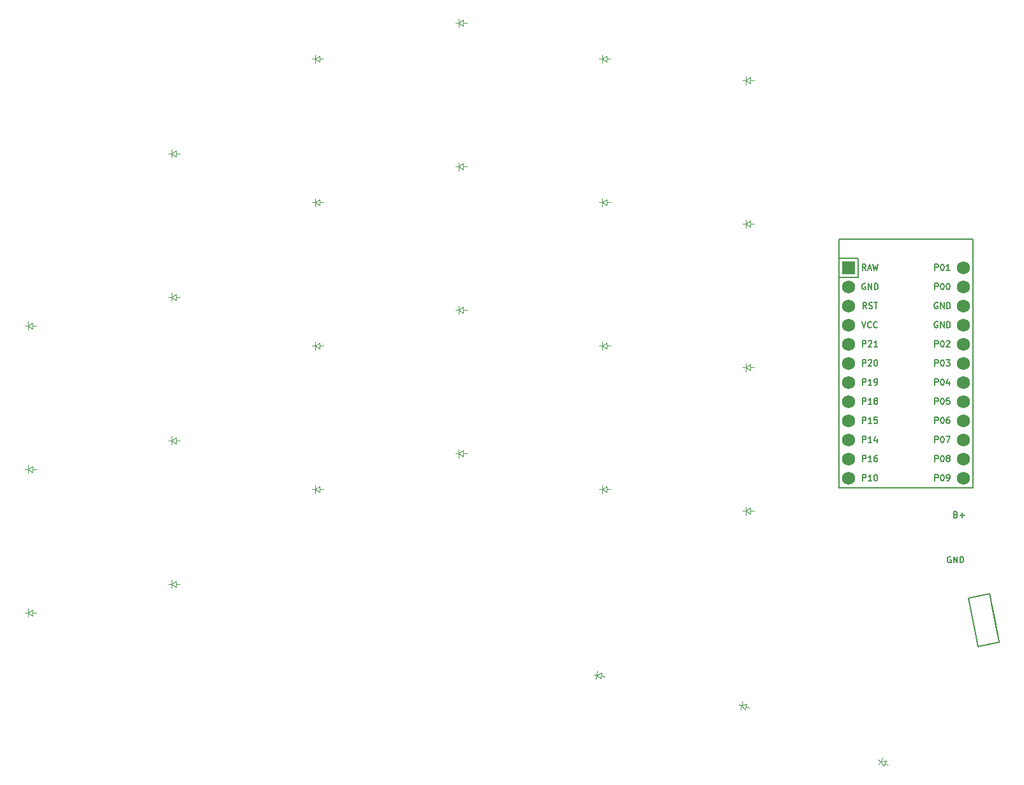
<source format=gbr>
%TF.GenerationSoftware,KiCad,Pcbnew,8.0.0*%
%TF.CreationDate,2024-03-07T20:20:43+01:00*%
%TF.ProjectId,splitty_boy_routed,73706c69-7474-4795-9f62-6f795f726f75,v1.0.0*%
%TF.SameCoordinates,Original*%
%TF.FileFunction,Legend,Top*%
%TF.FilePolarity,Positive*%
%FSLAX46Y46*%
G04 Gerber Fmt 4.6, Leading zero omitted, Abs format (unit mm)*
G04 Created by KiCad (PCBNEW 8.0.0) date 2024-03-07 20:20:43*
%MOMM*%
%LPD*%
G01*
G04 APERTURE LIST*
%ADD10C,0.150000*%
%ADD11C,0.100000*%
%ADD12R,1.752600X1.752600*%
%ADD13C,1.752600*%
G04 APERTURE END LIST*
D10*
X271716851Y-155827445D02*
X271831137Y-155865540D01*
X271831137Y-155865540D02*
X271869232Y-155903636D01*
X271869232Y-155903636D02*
X271907328Y-155979826D01*
X271907328Y-155979826D02*
X271907328Y-156094112D01*
X271907328Y-156094112D02*
X271869232Y-156170302D01*
X271869232Y-156170302D02*
X271831137Y-156208398D01*
X271831137Y-156208398D02*
X271754947Y-156246493D01*
X271754947Y-156246493D02*
X271450185Y-156246493D01*
X271450185Y-156246493D02*
X271450185Y-155446493D01*
X271450185Y-155446493D02*
X271716851Y-155446493D01*
X271716851Y-155446493D02*
X271793042Y-155484588D01*
X271793042Y-155484588D02*
X271831137Y-155522683D01*
X271831137Y-155522683D02*
X271869232Y-155598874D01*
X271869232Y-155598874D02*
X271869232Y-155675064D01*
X271869232Y-155675064D02*
X271831137Y-155751255D01*
X271831137Y-155751255D02*
X271793042Y-155789350D01*
X271793042Y-155789350D02*
X271716851Y-155827445D01*
X271716851Y-155827445D02*
X271450185Y-155827445D01*
X272250185Y-155941731D02*
X272859709Y-155941731D01*
X272554947Y-156246493D02*
X272554947Y-155636969D01*
X271045419Y-161484586D02*
X270969229Y-161446491D01*
X270969229Y-161446491D02*
X270854943Y-161446491D01*
X270854943Y-161446491D02*
X270740657Y-161484586D01*
X270740657Y-161484586D02*
X270664467Y-161560776D01*
X270664467Y-161560776D02*
X270626372Y-161636967D01*
X270626372Y-161636967D02*
X270588276Y-161789348D01*
X270588276Y-161789348D02*
X270588276Y-161903634D01*
X270588276Y-161903634D02*
X270626372Y-162056015D01*
X270626372Y-162056015D02*
X270664467Y-162132205D01*
X270664467Y-162132205D02*
X270740657Y-162208396D01*
X270740657Y-162208396D02*
X270854943Y-162246491D01*
X270854943Y-162246491D02*
X270931134Y-162246491D01*
X270931134Y-162246491D02*
X271045419Y-162208396D01*
X271045419Y-162208396D02*
X271083515Y-162170300D01*
X271083515Y-162170300D02*
X271083515Y-161903634D01*
X271083515Y-161903634D02*
X270931134Y-161903634D01*
X271426372Y-162246491D02*
X271426372Y-161446491D01*
X271426372Y-161446491D02*
X271883515Y-162246491D01*
X271883515Y-162246491D02*
X271883515Y-161446491D01*
X272264467Y-162246491D02*
X272264467Y-161446491D01*
X272264467Y-161446491D02*
X272454943Y-161446491D01*
X272454943Y-161446491D02*
X272569229Y-161484586D01*
X272569229Y-161484586D02*
X272645419Y-161560776D01*
X272645419Y-161560776D02*
X272683514Y-161636967D01*
X272683514Y-161636967D02*
X272721610Y-161789348D01*
X272721610Y-161789348D02*
X272721610Y-161903634D01*
X272721610Y-161903634D02*
X272683514Y-162056015D01*
X272683514Y-162056015D02*
X272645419Y-162132205D01*
X272645419Y-162132205D02*
X272569229Y-162208396D01*
X272569229Y-162208396D02*
X272454943Y-162246491D01*
X272454943Y-162246491D02*
X272264467Y-162246491D01*
X259757565Y-123416495D02*
X259490898Y-123035542D01*
X259300422Y-123416495D02*
X259300422Y-122616495D01*
X259300422Y-122616495D02*
X259605184Y-122616495D01*
X259605184Y-122616495D02*
X259681374Y-122654590D01*
X259681374Y-122654590D02*
X259719469Y-122692685D01*
X259719469Y-122692685D02*
X259757565Y-122768876D01*
X259757565Y-122768876D02*
X259757565Y-122883161D01*
X259757565Y-122883161D02*
X259719469Y-122959352D01*
X259719469Y-122959352D02*
X259681374Y-122997447D01*
X259681374Y-122997447D02*
X259605184Y-123035542D01*
X259605184Y-123035542D02*
X259300422Y-123035542D01*
X260062326Y-123187923D02*
X260443279Y-123187923D01*
X259986136Y-123416495D02*
X260252803Y-122616495D01*
X260252803Y-122616495D02*
X260519469Y-123416495D01*
X260709945Y-122616495D02*
X260900421Y-123416495D01*
X260900421Y-123416495D02*
X261052802Y-122845066D01*
X261052802Y-122845066D02*
X261205183Y-123416495D01*
X261205183Y-123416495D02*
X261395660Y-122616495D01*
X259700424Y-125194591D02*
X259624234Y-125156496D01*
X259624234Y-125156496D02*
X259509948Y-125156496D01*
X259509948Y-125156496D02*
X259395662Y-125194591D01*
X259395662Y-125194591D02*
X259319472Y-125270781D01*
X259319472Y-125270781D02*
X259281377Y-125346972D01*
X259281377Y-125346972D02*
X259243281Y-125499353D01*
X259243281Y-125499353D02*
X259243281Y-125613639D01*
X259243281Y-125613639D02*
X259281377Y-125766020D01*
X259281377Y-125766020D02*
X259319472Y-125842210D01*
X259319472Y-125842210D02*
X259395662Y-125918401D01*
X259395662Y-125918401D02*
X259509948Y-125956496D01*
X259509948Y-125956496D02*
X259586139Y-125956496D01*
X259586139Y-125956496D02*
X259700424Y-125918401D01*
X259700424Y-125918401D02*
X259738520Y-125880305D01*
X259738520Y-125880305D02*
X259738520Y-125613639D01*
X259738520Y-125613639D02*
X259586139Y-125613639D01*
X260081377Y-125956496D02*
X260081377Y-125156496D01*
X260081377Y-125156496D02*
X260538520Y-125956496D01*
X260538520Y-125956496D02*
X260538520Y-125156496D01*
X260919472Y-125956496D02*
X260919472Y-125156496D01*
X260919472Y-125156496D02*
X261109948Y-125156496D01*
X261109948Y-125156496D02*
X261224234Y-125194591D01*
X261224234Y-125194591D02*
X261300424Y-125270781D01*
X261300424Y-125270781D02*
X261338519Y-125346972D01*
X261338519Y-125346972D02*
X261376615Y-125499353D01*
X261376615Y-125499353D02*
X261376615Y-125613639D01*
X261376615Y-125613639D02*
X261338519Y-125766020D01*
X261338519Y-125766020D02*
X261300424Y-125842210D01*
X261300424Y-125842210D02*
X261224234Y-125918401D01*
X261224234Y-125918401D02*
X261109948Y-125956496D01*
X261109948Y-125956496D02*
X260919472Y-125956496D01*
X259871851Y-128496495D02*
X259605184Y-128115542D01*
X259414708Y-128496495D02*
X259414708Y-127696495D01*
X259414708Y-127696495D02*
X259719470Y-127696495D01*
X259719470Y-127696495D02*
X259795660Y-127734590D01*
X259795660Y-127734590D02*
X259833755Y-127772685D01*
X259833755Y-127772685D02*
X259871851Y-127848876D01*
X259871851Y-127848876D02*
X259871851Y-127963161D01*
X259871851Y-127963161D02*
X259833755Y-128039352D01*
X259833755Y-128039352D02*
X259795660Y-128077447D01*
X259795660Y-128077447D02*
X259719470Y-128115542D01*
X259719470Y-128115542D02*
X259414708Y-128115542D01*
X260176612Y-128458400D02*
X260290898Y-128496495D01*
X260290898Y-128496495D02*
X260481374Y-128496495D01*
X260481374Y-128496495D02*
X260557565Y-128458400D01*
X260557565Y-128458400D02*
X260595660Y-128420304D01*
X260595660Y-128420304D02*
X260633755Y-128344114D01*
X260633755Y-128344114D02*
X260633755Y-128267923D01*
X260633755Y-128267923D02*
X260595660Y-128191733D01*
X260595660Y-128191733D02*
X260557565Y-128153638D01*
X260557565Y-128153638D02*
X260481374Y-128115542D01*
X260481374Y-128115542D02*
X260328993Y-128077447D01*
X260328993Y-128077447D02*
X260252803Y-128039352D01*
X260252803Y-128039352D02*
X260214708Y-128001257D01*
X260214708Y-128001257D02*
X260176612Y-127925066D01*
X260176612Y-127925066D02*
X260176612Y-127848876D01*
X260176612Y-127848876D02*
X260214708Y-127772685D01*
X260214708Y-127772685D02*
X260252803Y-127734590D01*
X260252803Y-127734590D02*
X260328993Y-127696495D01*
X260328993Y-127696495D02*
X260519470Y-127696495D01*
X260519470Y-127696495D02*
X260633755Y-127734590D01*
X260862327Y-127696495D02*
X261319470Y-127696495D01*
X261090898Y-128496495D02*
X261090898Y-127696495D01*
X259243279Y-130236495D02*
X259509946Y-131036495D01*
X259509946Y-131036495D02*
X259776612Y-130236495D01*
X260500422Y-130960304D02*
X260462326Y-130998400D01*
X260462326Y-130998400D02*
X260348041Y-131036495D01*
X260348041Y-131036495D02*
X260271850Y-131036495D01*
X260271850Y-131036495D02*
X260157564Y-130998400D01*
X260157564Y-130998400D02*
X260081374Y-130922209D01*
X260081374Y-130922209D02*
X260043279Y-130846019D01*
X260043279Y-130846019D02*
X260005183Y-130693638D01*
X260005183Y-130693638D02*
X260005183Y-130579352D01*
X260005183Y-130579352D02*
X260043279Y-130426971D01*
X260043279Y-130426971D02*
X260081374Y-130350780D01*
X260081374Y-130350780D02*
X260157564Y-130274590D01*
X260157564Y-130274590D02*
X260271850Y-130236495D01*
X260271850Y-130236495D02*
X260348041Y-130236495D01*
X260348041Y-130236495D02*
X260462326Y-130274590D01*
X260462326Y-130274590D02*
X260500422Y-130312685D01*
X261300422Y-130960304D02*
X261262326Y-130998400D01*
X261262326Y-130998400D02*
X261148041Y-131036495D01*
X261148041Y-131036495D02*
X261071850Y-131036495D01*
X261071850Y-131036495D02*
X260957564Y-130998400D01*
X260957564Y-130998400D02*
X260881374Y-130922209D01*
X260881374Y-130922209D02*
X260843279Y-130846019D01*
X260843279Y-130846019D02*
X260805183Y-130693638D01*
X260805183Y-130693638D02*
X260805183Y-130579352D01*
X260805183Y-130579352D02*
X260843279Y-130426971D01*
X260843279Y-130426971D02*
X260881374Y-130350780D01*
X260881374Y-130350780D02*
X260957564Y-130274590D01*
X260957564Y-130274590D02*
X261071850Y-130236495D01*
X261071850Y-130236495D02*
X261148041Y-130236495D01*
X261148041Y-130236495D02*
X261262326Y-130274590D01*
X261262326Y-130274590D02*
X261300422Y-130312685D01*
X259338517Y-133576495D02*
X259338517Y-132776495D01*
X259338517Y-132776495D02*
X259643279Y-132776495D01*
X259643279Y-132776495D02*
X259719469Y-132814590D01*
X259719469Y-132814590D02*
X259757564Y-132852685D01*
X259757564Y-132852685D02*
X259795660Y-132928876D01*
X259795660Y-132928876D02*
X259795660Y-133043161D01*
X259795660Y-133043161D02*
X259757564Y-133119352D01*
X259757564Y-133119352D02*
X259719469Y-133157447D01*
X259719469Y-133157447D02*
X259643279Y-133195542D01*
X259643279Y-133195542D02*
X259338517Y-133195542D01*
X260100421Y-132852685D02*
X260138517Y-132814590D01*
X260138517Y-132814590D02*
X260214707Y-132776495D01*
X260214707Y-132776495D02*
X260405183Y-132776495D01*
X260405183Y-132776495D02*
X260481374Y-132814590D01*
X260481374Y-132814590D02*
X260519469Y-132852685D01*
X260519469Y-132852685D02*
X260557564Y-132928876D01*
X260557564Y-132928876D02*
X260557564Y-133005066D01*
X260557564Y-133005066D02*
X260519469Y-133119352D01*
X260519469Y-133119352D02*
X260062326Y-133576495D01*
X260062326Y-133576495D02*
X260557564Y-133576495D01*
X261319469Y-133576495D02*
X260862326Y-133576495D01*
X261090898Y-133576495D02*
X261090898Y-132776495D01*
X261090898Y-132776495D02*
X261014707Y-132890780D01*
X261014707Y-132890780D02*
X260938517Y-132966971D01*
X260938517Y-132966971D02*
X260862326Y-133005066D01*
X259338517Y-136116495D02*
X259338517Y-135316495D01*
X259338517Y-135316495D02*
X259643279Y-135316495D01*
X259643279Y-135316495D02*
X259719469Y-135354590D01*
X259719469Y-135354590D02*
X259757564Y-135392685D01*
X259757564Y-135392685D02*
X259795660Y-135468876D01*
X259795660Y-135468876D02*
X259795660Y-135583161D01*
X259795660Y-135583161D02*
X259757564Y-135659352D01*
X259757564Y-135659352D02*
X259719469Y-135697447D01*
X259719469Y-135697447D02*
X259643279Y-135735542D01*
X259643279Y-135735542D02*
X259338517Y-135735542D01*
X260100421Y-135392685D02*
X260138517Y-135354590D01*
X260138517Y-135354590D02*
X260214707Y-135316495D01*
X260214707Y-135316495D02*
X260405183Y-135316495D01*
X260405183Y-135316495D02*
X260481374Y-135354590D01*
X260481374Y-135354590D02*
X260519469Y-135392685D01*
X260519469Y-135392685D02*
X260557564Y-135468876D01*
X260557564Y-135468876D02*
X260557564Y-135545066D01*
X260557564Y-135545066D02*
X260519469Y-135659352D01*
X260519469Y-135659352D02*
X260062326Y-136116495D01*
X260062326Y-136116495D02*
X260557564Y-136116495D01*
X261052803Y-135316495D02*
X261128993Y-135316495D01*
X261128993Y-135316495D02*
X261205184Y-135354590D01*
X261205184Y-135354590D02*
X261243279Y-135392685D01*
X261243279Y-135392685D02*
X261281374Y-135468876D01*
X261281374Y-135468876D02*
X261319469Y-135621257D01*
X261319469Y-135621257D02*
X261319469Y-135811733D01*
X261319469Y-135811733D02*
X261281374Y-135964114D01*
X261281374Y-135964114D02*
X261243279Y-136040304D01*
X261243279Y-136040304D02*
X261205184Y-136078400D01*
X261205184Y-136078400D02*
X261128993Y-136116495D01*
X261128993Y-136116495D02*
X261052803Y-136116495D01*
X261052803Y-136116495D02*
X260976612Y-136078400D01*
X260976612Y-136078400D02*
X260938517Y-136040304D01*
X260938517Y-136040304D02*
X260900422Y-135964114D01*
X260900422Y-135964114D02*
X260862326Y-135811733D01*
X260862326Y-135811733D02*
X260862326Y-135621257D01*
X260862326Y-135621257D02*
X260900422Y-135468876D01*
X260900422Y-135468876D02*
X260938517Y-135392685D01*
X260938517Y-135392685D02*
X260976612Y-135354590D01*
X260976612Y-135354590D02*
X261052803Y-135316495D01*
X259338517Y-138656495D02*
X259338517Y-137856495D01*
X259338517Y-137856495D02*
X259643279Y-137856495D01*
X259643279Y-137856495D02*
X259719469Y-137894590D01*
X259719469Y-137894590D02*
X259757564Y-137932685D01*
X259757564Y-137932685D02*
X259795660Y-138008876D01*
X259795660Y-138008876D02*
X259795660Y-138123161D01*
X259795660Y-138123161D02*
X259757564Y-138199352D01*
X259757564Y-138199352D02*
X259719469Y-138237447D01*
X259719469Y-138237447D02*
X259643279Y-138275542D01*
X259643279Y-138275542D02*
X259338517Y-138275542D01*
X260557564Y-138656495D02*
X260100421Y-138656495D01*
X260328993Y-138656495D02*
X260328993Y-137856495D01*
X260328993Y-137856495D02*
X260252802Y-137970780D01*
X260252802Y-137970780D02*
X260176612Y-138046971D01*
X260176612Y-138046971D02*
X260100421Y-138085066D01*
X260938517Y-138656495D02*
X261090898Y-138656495D01*
X261090898Y-138656495D02*
X261167088Y-138618400D01*
X261167088Y-138618400D02*
X261205184Y-138580304D01*
X261205184Y-138580304D02*
X261281374Y-138466019D01*
X261281374Y-138466019D02*
X261319469Y-138313638D01*
X261319469Y-138313638D02*
X261319469Y-138008876D01*
X261319469Y-138008876D02*
X261281374Y-137932685D01*
X261281374Y-137932685D02*
X261243279Y-137894590D01*
X261243279Y-137894590D02*
X261167088Y-137856495D01*
X261167088Y-137856495D02*
X261014707Y-137856495D01*
X261014707Y-137856495D02*
X260938517Y-137894590D01*
X260938517Y-137894590D02*
X260900422Y-137932685D01*
X260900422Y-137932685D02*
X260862326Y-138008876D01*
X260862326Y-138008876D02*
X260862326Y-138199352D01*
X260862326Y-138199352D02*
X260900422Y-138275542D01*
X260900422Y-138275542D02*
X260938517Y-138313638D01*
X260938517Y-138313638D02*
X261014707Y-138351733D01*
X261014707Y-138351733D02*
X261167088Y-138351733D01*
X261167088Y-138351733D02*
X261243279Y-138313638D01*
X261243279Y-138313638D02*
X261281374Y-138275542D01*
X261281374Y-138275542D02*
X261319469Y-138199352D01*
X259338517Y-141196495D02*
X259338517Y-140396495D01*
X259338517Y-140396495D02*
X259643279Y-140396495D01*
X259643279Y-140396495D02*
X259719469Y-140434590D01*
X259719469Y-140434590D02*
X259757564Y-140472685D01*
X259757564Y-140472685D02*
X259795660Y-140548876D01*
X259795660Y-140548876D02*
X259795660Y-140663161D01*
X259795660Y-140663161D02*
X259757564Y-140739352D01*
X259757564Y-140739352D02*
X259719469Y-140777447D01*
X259719469Y-140777447D02*
X259643279Y-140815542D01*
X259643279Y-140815542D02*
X259338517Y-140815542D01*
X260557564Y-141196495D02*
X260100421Y-141196495D01*
X260328993Y-141196495D02*
X260328993Y-140396495D01*
X260328993Y-140396495D02*
X260252802Y-140510780D01*
X260252802Y-140510780D02*
X260176612Y-140586971D01*
X260176612Y-140586971D02*
X260100421Y-140625066D01*
X261014707Y-140739352D02*
X260938517Y-140701257D01*
X260938517Y-140701257D02*
X260900422Y-140663161D01*
X260900422Y-140663161D02*
X260862326Y-140586971D01*
X260862326Y-140586971D02*
X260862326Y-140548876D01*
X260862326Y-140548876D02*
X260900422Y-140472685D01*
X260900422Y-140472685D02*
X260938517Y-140434590D01*
X260938517Y-140434590D02*
X261014707Y-140396495D01*
X261014707Y-140396495D02*
X261167088Y-140396495D01*
X261167088Y-140396495D02*
X261243279Y-140434590D01*
X261243279Y-140434590D02*
X261281374Y-140472685D01*
X261281374Y-140472685D02*
X261319469Y-140548876D01*
X261319469Y-140548876D02*
X261319469Y-140586971D01*
X261319469Y-140586971D02*
X261281374Y-140663161D01*
X261281374Y-140663161D02*
X261243279Y-140701257D01*
X261243279Y-140701257D02*
X261167088Y-140739352D01*
X261167088Y-140739352D02*
X261014707Y-140739352D01*
X261014707Y-140739352D02*
X260938517Y-140777447D01*
X260938517Y-140777447D02*
X260900422Y-140815542D01*
X260900422Y-140815542D02*
X260862326Y-140891733D01*
X260862326Y-140891733D02*
X260862326Y-141044114D01*
X260862326Y-141044114D02*
X260900422Y-141120304D01*
X260900422Y-141120304D02*
X260938517Y-141158400D01*
X260938517Y-141158400D02*
X261014707Y-141196495D01*
X261014707Y-141196495D02*
X261167088Y-141196495D01*
X261167088Y-141196495D02*
X261243279Y-141158400D01*
X261243279Y-141158400D02*
X261281374Y-141120304D01*
X261281374Y-141120304D02*
X261319469Y-141044114D01*
X261319469Y-141044114D02*
X261319469Y-140891733D01*
X261319469Y-140891733D02*
X261281374Y-140815542D01*
X261281374Y-140815542D02*
X261243279Y-140777447D01*
X261243279Y-140777447D02*
X261167088Y-140739352D01*
X259338517Y-143736495D02*
X259338517Y-142936495D01*
X259338517Y-142936495D02*
X259643279Y-142936495D01*
X259643279Y-142936495D02*
X259719469Y-142974590D01*
X259719469Y-142974590D02*
X259757564Y-143012685D01*
X259757564Y-143012685D02*
X259795660Y-143088876D01*
X259795660Y-143088876D02*
X259795660Y-143203161D01*
X259795660Y-143203161D02*
X259757564Y-143279352D01*
X259757564Y-143279352D02*
X259719469Y-143317447D01*
X259719469Y-143317447D02*
X259643279Y-143355542D01*
X259643279Y-143355542D02*
X259338517Y-143355542D01*
X260557564Y-143736495D02*
X260100421Y-143736495D01*
X260328993Y-143736495D02*
X260328993Y-142936495D01*
X260328993Y-142936495D02*
X260252802Y-143050780D01*
X260252802Y-143050780D02*
X260176612Y-143126971D01*
X260176612Y-143126971D02*
X260100421Y-143165066D01*
X261281374Y-142936495D02*
X260900422Y-142936495D01*
X260900422Y-142936495D02*
X260862326Y-143317447D01*
X260862326Y-143317447D02*
X260900422Y-143279352D01*
X260900422Y-143279352D02*
X260976612Y-143241257D01*
X260976612Y-143241257D02*
X261167088Y-143241257D01*
X261167088Y-143241257D02*
X261243279Y-143279352D01*
X261243279Y-143279352D02*
X261281374Y-143317447D01*
X261281374Y-143317447D02*
X261319469Y-143393638D01*
X261319469Y-143393638D02*
X261319469Y-143584114D01*
X261319469Y-143584114D02*
X261281374Y-143660304D01*
X261281374Y-143660304D02*
X261243279Y-143698400D01*
X261243279Y-143698400D02*
X261167088Y-143736495D01*
X261167088Y-143736495D02*
X260976612Y-143736495D01*
X260976612Y-143736495D02*
X260900422Y-143698400D01*
X260900422Y-143698400D02*
X260862326Y-143660304D01*
X259338517Y-146276495D02*
X259338517Y-145476495D01*
X259338517Y-145476495D02*
X259643279Y-145476495D01*
X259643279Y-145476495D02*
X259719469Y-145514590D01*
X259719469Y-145514590D02*
X259757564Y-145552685D01*
X259757564Y-145552685D02*
X259795660Y-145628876D01*
X259795660Y-145628876D02*
X259795660Y-145743161D01*
X259795660Y-145743161D02*
X259757564Y-145819352D01*
X259757564Y-145819352D02*
X259719469Y-145857447D01*
X259719469Y-145857447D02*
X259643279Y-145895542D01*
X259643279Y-145895542D02*
X259338517Y-145895542D01*
X260557564Y-146276495D02*
X260100421Y-146276495D01*
X260328993Y-146276495D02*
X260328993Y-145476495D01*
X260328993Y-145476495D02*
X260252802Y-145590780D01*
X260252802Y-145590780D02*
X260176612Y-145666971D01*
X260176612Y-145666971D02*
X260100421Y-145705066D01*
X261243279Y-145743161D02*
X261243279Y-146276495D01*
X261052803Y-145438400D02*
X260862326Y-146009828D01*
X260862326Y-146009828D02*
X261357565Y-146009828D01*
X259338518Y-148816495D02*
X259338518Y-148016495D01*
X259338518Y-148016495D02*
X259643280Y-148016495D01*
X259643280Y-148016495D02*
X259719470Y-148054590D01*
X259719470Y-148054590D02*
X259757565Y-148092685D01*
X259757565Y-148092685D02*
X259795661Y-148168876D01*
X259795661Y-148168876D02*
X259795661Y-148283161D01*
X259795661Y-148283161D02*
X259757565Y-148359352D01*
X259757565Y-148359352D02*
X259719470Y-148397447D01*
X259719470Y-148397447D02*
X259643280Y-148435542D01*
X259643280Y-148435542D02*
X259338518Y-148435542D01*
X260557565Y-148816495D02*
X260100422Y-148816495D01*
X260328994Y-148816495D02*
X260328994Y-148016495D01*
X260328994Y-148016495D02*
X260252803Y-148130780D01*
X260252803Y-148130780D02*
X260176613Y-148206971D01*
X260176613Y-148206971D02*
X260100422Y-148245066D01*
X261243280Y-148016495D02*
X261090899Y-148016495D01*
X261090899Y-148016495D02*
X261014708Y-148054590D01*
X261014708Y-148054590D02*
X260976613Y-148092685D01*
X260976613Y-148092685D02*
X260900423Y-148206971D01*
X260900423Y-148206971D02*
X260862327Y-148359352D01*
X260862327Y-148359352D02*
X260862327Y-148664114D01*
X260862327Y-148664114D02*
X260900423Y-148740304D01*
X260900423Y-148740304D02*
X260938518Y-148778400D01*
X260938518Y-148778400D02*
X261014708Y-148816495D01*
X261014708Y-148816495D02*
X261167089Y-148816495D01*
X261167089Y-148816495D02*
X261243280Y-148778400D01*
X261243280Y-148778400D02*
X261281375Y-148740304D01*
X261281375Y-148740304D02*
X261319470Y-148664114D01*
X261319470Y-148664114D02*
X261319470Y-148473638D01*
X261319470Y-148473638D02*
X261281375Y-148397447D01*
X261281375Y-148397447D02*
X261243280Y-148359352D01*
X261243280Y-148359352D02*
X261167089Y-148321257D01*
X261167089Y-148321257D02*
X261014708Y-148321257D01*
X261014708Y-148321257D02*
X260938518Y-148359352D01*
X260938518Y-148359352D02*
X260900423Y-148397447D01*
X260900423Y-148397447D02*
X260862327Y-148473638D01*
X259338517Y-151356495D02*
X259338517Y-150556495D01*
X259338517Y-150556495D02*
X259643279Y-150556495D01*
X259643279Y-150556495D02*
X259719469Y-150594590D01*
X259719469Y-150594590D02*
X259757564Y-150632685D01*
X259757564Y-150632685D02*
X259795660Y-150708876D01*
X259795660Y-150708876D02*
X259795660Y-150823161D01*
X259795660Y-150823161D02*
X259757564Y-150899352D01*
X259757564Y-150899352D02*
X259719469Y-150937447D01*
X259719469Y-150937447D02*
X259643279Y-150975542D01*
X259643279Y-150975542D02*
X259338517Y-150975542D01*
X260557564Y-151356495D02*
X260100421Y-151356495D01*
X260328993Y-151356495D02*
X260328993Y-150556495D01*
X260328993Y-150556495D02*
X260252802Y-150670780D01*
X260252802Y-150670780D02*
X260176612Y-150746971D01*
X260176612Y-150746971D02*
X260100421Y-150785066D01*
X261052803Y-150556495D02*
X261128993Y-150556495D01*
X261128993Y-150556495D02*
X261205184Y-150594590D01*
X261205184Y-150594590D02*
X261243279Y-150632685D01*
X261243279Y-150632685D02*
X261281374Y-150708876D01*
X261281374Y-150708876D02*
X261319469Y-150861257D01*
X261319469Y-150861257D02*
X261319469Y-151051733D01*
X261319469Y-151051733D02*
X261281374Y-151204114D01*
X261281374Y-151204114D02*
X261243279Y-151280304D01*
X261243279Y-151280304D02*
X261205184Y-151318400D01*
X261205184Y-151318400D02*
X261128993Y-151356495D01*
X261128993Y-151356495D02*
X261052803Y-151356495D01*
X261052803Y-151356495D02*
X260976612Y-151318400D01*
X260976612Y-151318400D02*
X260938517Y-151280304D01*
X260938517Y-151280304D02*
X260900422Y-151204114D01*
X260900422Y-151204114D02*
X260862326Y-151051733D01*
X260862326Y-151051733D02*
X260862326Y-150861257D01*
X260862326Y-150861257D02*
X260900422Y-150708876D01*
X260900422Y-150708876D02*
X260938517Y-150632685D01*
X260938517Y-150632685D02*
X260976612Y-150594590D01*
X260976612Y-150594590D02*
X261052803Y-150556495D01*
X268938517Y-123416495D02*
X268938517Y-122616495D01*
X268938517Y-122616495D02*
X269243279Y-122616495D01*
X269243279Y-122616495D02*
X269319469Y-122654590D01*
X269319469Y-122654590D02*
X269357564Y-122692685D01*
X269357564Y-122692685D02*
X269395660Y-122768876D01*
X269395660Y-122768876D02*
X269395660Y-122883161D01*
X269395660Y-122883161D02*
X269357564Y-122959352D01*
X269357564Y-122959352D02*
X269319469Y-122997447D01*
X269319469Y-122997447D02*
X269243279Y-123035542D01*
X269243279Y-123035542D02*
X268938517Y-123035542D01*
X269890898Y-122616495D02*
X269967088Y-122616495D01*
X269967088Y-122616495D02*
X270043279Y-122654590D01*
X270043279Y-122654590D02*
X270081374Y-122692685D01*
X270081374Y-122692685D02*
X270119469Y-122768876D01*
X270119469Y-122768876D02*
X270157564Y-122921257D01*
X270157564Y-122921257D02*
X270157564Y-123111733D01*
X270157564Y-123111733D02*
X270119469Y-123264114D01*
X270119469Y-123264114D02*
X270081374Y-123340304D01*
X270081374Y-123340304D02*
X270043279Y-123378400D01*
X270043279Y-123378400D02*
X269967088Y-123416495D01*
X269967088Y-123416495D02*
X269890898Y-123416495D01*
X269890898Y-123416495D02*
X269814707Y-123378400D01*
X269814707Y-123378400D02*
X269776612Y-123340304D01*
X269776612Y-123340304D02*
X269738517Y-123264114D01*
X269738517Y-123264114D02*
X269700421Y-123111733D01*
X269700421Y-123111733D02*
X269700421Y-122921257D01*
X269700421Y-122921257D02*
X269738517Y-122768876D01*
X269738517Y-122768876D02*
X269776612Y-122692685D01*
X269776612Y-122692685D02*
X269814707Y-122654590D01*
X269814707Y-122654590D02*
X269890898Y-122616495D01*
X270919469Y-123416495D02*
X270462326Y-123416495D01*
X270690898Y-123416495D02*
X270690898Y-122616495D01*
X270690898Y-122616495D02*
X270614707Y-122730780D01*
X270614707Y-122730780D02*
X270538517Y-122806971D01*
X270538517Y-122806971D02*
X270462326Y-122845066D01*
X268938516Y-125956495D02*
X268938516Y-125156495D01*
X268938516Y-125156495D02*
X269243278Y-125156495D01*
X269243278Y-125156495D02*
X269319468Y-125194590D01*
X269319468Y-125194590D02*
X269357563Y-125232685D01*
X269357563Y-125232685D02*
X269395659Y-125308876D01*
X269395659Y-125308876D02*
X269395659Y-125423161D01*
X269395659Y-125423161D02*
X269357563Y-125499352D01*
X269357563Y-125499352D02*
X269319468Y-125537447D01*
X269319468Y-125537447D02*
X269243278Y-125575542D01*
X269243278Y-125575542D02*
X268938516Y-125575542D01*
X269890897Y-125156495D02*
X269967087Y-125156495D01*
X269967087Y-125156495D02*
X270043278Y-125194590D01*
X270043278Y-125194590D02*
X270081373Y-125232685D01*
X270081373Y-125232685D02*
X270119468Y-125308876D01*
X270119468Y-125308876D02*
X270157563Y-125461257D01*
X270157563Y-125461257D02*
X270157563Y-125651733D01*
X270157563Y-125651733D02*
X270119468Y-125804114D01*
X270119468Y-125804114D02*
X270081373Y-125880304D01*
X270081373Y-125880304D02*
X270043278Y-125918400D01*
X270043278Y-125918400D02*
X269967087Y-125956495D01*
X269967087Y-125956495D02*
X269890897Y-125956495D01*
X269890897Y-125956495D02*
X269814706Y-125918400D01*
X269814706Y-125918400D02*
X269776611Y-125880304D01*
X269776611Y-125880304D02*
X269738516Y-125804114D01*
X269738516Y-125804114D02*
X269700420Y-125651733D01*
X269700420Y-125651733D02*
X269700420Y-125461257D01*
X269700420Y-125461257D02*
X269738516Y-125308876D01*
X269738516Y-125308876D02*
X269776611Y-125232685D01*
X269776611Y-125232685D02*
X269814706Y-125194590D01*
X269814706Y-125194590D02*
X269890897Y-125156495D01*
X270652802Y-125156495D02*
X270728992Y-125156495D01*
X270728992Y-125156495D02*
X270805183Y-125194590D01*
X270805183Y-125194590D02*
X270843278Y-125232685D01*
X270843278Y-125232685D02*
X270881373Y-125308876D01*
X270881373Y-125308876D02*
X270919468Y-125461257D01*
X270919468Y-125461257D02*
X270919468Y-125651733D01*
X270919468Y-125651733D02*
X270881373Y-125804114D01*
X270881373Y-125804114D02*
X270843278Y-125880304D01*
X270843278Y-125880304D02*
X270805183Y-125918400D01*
X270805183Y-125918400D02*
X270728992Y-125956495D01*
X270728992Y-125956495D02*
X270652802Y-125956495D01*
X270652802Y-125956495D02*
X270576611Y-125918400D01*
X270576611Y-125918400D02*
X270538516Y-125880304D01*
X270538516Y-125880304D02*
X270500421Y-125804114D01*
X270500421Y-125804114D02*
X270462325Y-125651733D01*
X270462325Y-125651733D02*
X270462325Y-125461257D01*
X270462325Y-125461257D02*
X270500421Y-125308876D01*
X270500421Y-125308876D02*
X270538516Y-125232685D01*
X270538516Y-125232685D02*
X270576611Y-125194590D01*
X270576611Y-125194590D02*
X270652802Y-125156495D01*
X269300422Y-127734590D02*
X269224232Y-127696495D01*
X269224232Y-127696495D02*
X269109946Y-127696495D01*
X269109946Y-127696495D02*
X268995660Y-127734590D01*
X268995660Y-127734590D02*
X268919470Y-127810780D01*
X268919470Y-127810780D02*
X268881375Y-127886971D01*
X268881375Y-127886971D02*
X268843279Y-128039352D01*
X268843279Y-128039352D02*
X268843279Y-128153638D01*
X268843279Y-128153638D02*
X268881375Y-128306019D01*
X268881375Y-128306019D02*
X268919470Y-128382209D01*
X268919470Y-128382209D02*
X268995660Y-128458400D01*
X268995660Y-128458400D02*
X269109946Y-128496495D01*
X269109946Y-128496495D02*
X269186137Y-128496495D01*
X269186137Y-128496495D02*
X269300422Y-128458400D01*
X269300422Y-128458400D02*
X269338518Y-128420304D01*
X269338518Y-128420304D02*
X269338518Y-128153638D01*
X269338518Y-128153638D02*
X269186137Y-128153638D01*
X269681375Y-128496495D02*
X269681375Y-127696495D01*
X269681375Y-127696495D02*
X270138518Y-128496495D01*
X270138518Y-128496495D02*
X270138518Y-127696495D01*
X270519470Y-128496495D02*
X270519470Y-127696495D01*
X270519470Y-127696495D02*
X270709946Y-127696495D01*
X270709946Y-127696495D02*
X270824232Y-127734590D01*
X270824232Y-127734590D02*
X270900422Y-127810780D01*
X270900422Y-127810780D02*
X270938517Y-127886971D01*
X270938517Y-127886971D02*
X270976613Y-128039352D01*
X270976613Y-128039352D02*
X270976613Y-128153638D01*
X270976613Y-128153638D02*
X270938517Y-128306019D01*
X270938517Y-128306019D02*
X270900422Y-128382209D01*
X270900422Y-128382209D02*
X270824232Y-128458400D01*
X270824232Y-128458400D02*
X270709946Y-128496495D01*
X270709946Y-128496495D02*
X270519470Y-128496495D01*
X269300422Y-130274590D02*
X269224232Y-130236495D01*
X269224232Y-130236495D02*
X269109946Y-130236495D01*
X269109946Y-130236495D02*
X268995660Y-130274590D01*
X268995660Y-130274590D02*
X268919470Y-130350780D01*
X268919470Y-130350780D02*
X268881375Y-130426971D01*
X268881375Y-130426971D02*
X268843279Y-130579352D01*
X268843279Y-130579352D02*
X268843279Y-130693638D01*
X268843279Y-130693638D02*
X268881375Y-130846019D01*
X268881375Y-130846019D02*
X268919470Y-130922209D01*
X268919470Y-130922209D02*
X268995660Y-130998400D01*
X268995660Y-130998400D02*
X269109946Y-131036495D01*
X269109946Y-131036495D02*
X269186137Y-131036495D01*
X269186137Y-131036495D02*
X269300422Y-130998400D01*
X269300422Y-130998400D02*
X269338518Y-130960304D01*
X269338518Y-130960304D02*
X269338518Y-130693638D01*
X269338518Y-130693638D02*
X269186137Y-130693638D01*
X269681375Y-131036495D02*
X269681375Y-130236495D01*
X269681375Y-130236495D02*
X270138518Y-131036495D01*
X270138518Y-131036495D02*
X270138518Y-130236495D01*
X270519470Y-131036495D02*
X270519470Y-130236495D01*
X270519470Y-130236495D02*
X270709946Y-130236495D01*
X270709946Y-130236495D02*
X270824232Y-130274590D01*
X270824232Y-130274590D02*
X270900422Y-130350780D01*
X270900422Y-130350780D02*
X270938517Y-130426971D01*
X270938517Y-130426971D02*
X270976613Y-130579352D01*
X270976613Y-130579352D02*
X270976613Y-130693638D01*
X270976613Y-130693638D02*
X270938517Y-130846019D01*
X270938517Y-130846019D02*
X270900422Y-130922209D01*
X270900422Y-130922209D02*
X270824232Y-130998400D01*
X270824232Y-130998400D02*
X270709946Y-131036495D01*
X270709946Y-131036495D02*
X270519470Y-131036495D01*
X268938517Y-133576495D02*
X268938517Y-132776495D01*
X268938517Y-132776495D02*
X269243279Y-132776495D01*
X269243279Y-132776495D02*
X269319469Y-132814590D01*
X269319469Y-132814590D02*
X269357564Y-132852685D01*
X269357564Y-132852685D02*
X269395660Y-132928876D01*
X269395660Y-132928876D02*
X269395660Y-133043161D01*
X269395660Y-133043161D02*
X269357564Y-133119352D01*
X269357564Y-133119352D02*
X269319469Y-133157447D01*
X269319469Y-133157447D02*
X269243279Y-133195542D01*
X269243279Y-133195542D02*
X268938517Y-133195542D01*
X269890898Y-132776495D02*
X269967088Y-132776495D01*
X269967088Y-132776495D02*
X270043279Y-132814590D01*
X270043279Y-132814590D02*
X270081374Y-132852685D01*
X270081374Y-132852685D02*
X270119469Y-132928876D01*
X270119469Y-132928876D02*
X270157564Y-133081257D01*
X270157564Y-133081257D02*
X270157564Y-133271733D01*
X270157564Y-133271733D02*
X270119469Y-133424114D01*
X270119469Y-133424114D02*
X270081374Y-133500304D01*
X270081374Y-133500304D02*
X270043279Y-133538400D01*
X270043279Y-133538400D02*
X269967088Y-133576495D01*
X269967088Y-133576495D02*
X269890898Y-133576495D01*
X269890898Y-133576495D02*
X269814707Y-133538400D01*
X269814707Y-133538400D02*
X269776612Y-133500304D01*
X269776612Y-133500304D02*
X269738517Y-133424114D01*
X269738517Y-133424114D02*
X269700421Y-133271733D01*
X269700421Y-133271733D02*
X269700421Y-133081257D01*
X269700421Y-133081257D02*
X269738517Y-132928876D01*
X269738517Y-132928876D02*
X269776612Y-132852685D01*
X269776612Y-132852685D02*
X269814707Y-132814590D01*
X269814707Y-132814590D02*
X269890898Y-132776495D01*
X270462326Y-132852685D02*
X270500422Y-132814590D01*
X270500422Y-132814590D02*
X270576612Y-132776495D01*
X270576612Y-132776495D02*
X270767088Y-132776495D01*
X270767088Y-132776495D02*
X270843279Y-132814590D01*
X270843279Y-132814590D02*
X270881374Y-132852685D01*
X270881374Y-132852685D02*
X270919469Y-132928876D01*
X270919469Y-132928876D02*
X270919469Y-133005066D01*
X270919469Y-133005066D02*
X270881374Y-133119352D01*
X270881374Y-133119352D02*
X270424231Y-133576495D01*
X270424231Y-133576495D02*
X270919469Y-133576495D01*
X268938517Y-136116495D02*
X268938517Y-135316495D01*
X268938517Y-135316495D02*
X269243279Y-135316495D01*
X269243279Y-135316495D02*
X269319469Y-135354590D01*
X269319469Y-135354590D02*
X269357564Y-135392685D01*
X269357564Y-135392685D02*
X269395660Y-135468876D01*
X269395660Y-135468876D02*
X269395660Y-135583161D01*
X269395660Y-135583161D02*
X269357564Y-135659352D01*
X269357564Y-135659352D02*
X269319469Y-135697447D01*
X269319469Y-135697447D02*
X269243279Y-135735542D01*
X269243279Y-135735542D02*
X268938517Y-135735542D01*
X269890898Y-135316495D02*
X269967088Y-135316495D01*
X269967088Y-135316495D02*
X270043279Y-135354590D01*
X270043279Y-135354590D02*
X270081374Y-135392685D01*
X270081374Y-135392685D02*
X270119469Y-135468876D01*
X270119469Y-135468876D02*
X270157564Y-135621257D01*
X270157564Y-135621257D02*
X270157564Y-135811733D01*
X270157564Y-135811733D02*
X270119469Y-135964114D01*
X270119469Y-135964114D02*
X270081374Y-136040304D01*
X270081374Y-136040304D02*
X270043279Y-136078400D01*
X270043279Y-136078400D02*
X269967088Y-136116495D01*
X269967088Y-136116495D02*
X269890898Y-136116495D01*
X269890898Y-136116495D02*
X269814707Y-136078400D01*
X269814707Y-136078400D02*
X269776612Y-136040304D01*
X269776612Y-136040304D02*
X269738517Y-135964114D01*
X269738517Y-135964114D02*
X269700421Y-135811733D01*
X269700421Y-135811733D02*
X269700421Y-135621257D01*
X269700421Y-135621257D02*
X269738517Y-135468876D01*
X269738517Y-135468876D02*
X269776612Y-135392685D01*
X269776612Y-135392685D02*
X269814707Y-135354590D01*
X269814707Y-135354590D02*
X269890898Y-135316495D01*
X270424231Y-135316495D02*
X270919469Y-135316495D01*
X270919469Y-135316495D02*
X270652803Y-135621257D01*
X270652803Y-135621257D02*
X270767088Y-135621257D01*
X270767088Y-135621257D02*
X270843279Y-135659352D01*
X270843279Y-135659352D02*
X270881374Y-135697447D01*
X270881374Y-135697447D02*
X270919469Y-135773638D01*
X270919469Y-135773638D02*
X270919469Y-135964114D01*
X270919469Y-135964114D02*
X270881374Y-136040304D01*
X270881374Y-136040304D02*
X270843279Y-136078400D01*
X270843279Y-136078400D02*
X270767088Y-136116495D01*
X270767088Y-136116495D02*
X270538517Y-136116495D01*
X270538517Y-136116495D02*
X270462326Y-136078400D01*
X270462326Y-136078400D02*
X270424231Y-136040304D01*
X268938517Y-138656495D02*
X268938517Y-137856495D01*
X268938517Y-137856495D02*
X269243279Y-137856495D01*
X269243279Y-137856495D02*
X269319469Y-137894590D01*
X269319469Y-137894590D02*
X269357564Y-137932685D01*
X269357564Y-137932685D02*
X269395660Y-138008876D01*
X269395660Y-138008876D02*
X269395660Y-138123161D01*
X269395660Y-138123161D02*
X269357564Y-138199352D01*
X269357564Y-138199352D02*
X269319469Y-138237447D01*
X269319469Y-138237447D02*
X269243279Y-138275542D01*
X269243279Y-138275542D02*
X268938517Y-138275542D01*
X269890898Y-137856495D02*
X269967088Y-137856495D01*
X269967088Y-137856495D02*
X270043279Y-137894590D01*
X270043279Y-137894590D02*
X270081374Y-137932685D01*
X270081374Y-137932685D02*
X270119469Y-138008876D01*
X270119469Y-138008876D02*
X270157564Y-138161257D01*
X270157564Y-138161257D02*
X270157564Y-138351733D01*
X270157564Y-138351733D02*
X270119469Y-138504114D01*
X270119469Y-138504114D02*
X270081374Y-138580304D01*
X270081374Y-138580304D02*
X270043279Y-138618400D01*
X270043279Y-138618400D02*
X269967088Y-138656495D01*
X269967088Y-138656495D02*
X269890898Y-138656495D01*
X269890898Y-138656495D02*
X269814707Y-138618400D01*
X269814707Y-138618400D02*
X269776612Y-138580304D01*
X269776612Y-138580304D02*
X269738517Y-138504114D01*
X269738517Y-138504114D02*
X269700421Y-138351733D01*
X269700421Y-138351733D02*
X269700421Y-138161257D01*
X269700421Y-138161257D02*
X269738517Y-138008876D01*
X269738517Y-138008876D02*
X269776612Y-137932685D01*
X269776612Y-137932685D02*
X269814707Y-137894590D01*
X269814707Y-137894590D02*
X269890898Y-137856495D01*
X270843279Y-138123161D02*
X270843279Y-138656495D01*
X270652803Y-137818400D02*
X270462326Y-138389828D01*
X270462326Y-138389828D02*
X270957565Y-138389828D01*
X268938517Y-141196495D02*
X268938517Y-140396495D01*
X268938517Y-140396495D02*
X269243279Y-140396495D01*
X269243279Y-140396495D02*
X269319469Y-140434590D01*
X269319469Y-140434590D02*
X269357564Y-140472685D01*
X269357564Y-140472685D02*
X269395660Y-140548876D01*
X269395660Y-140548876D02*
X269395660Y-140663161D01*
X269395660Y-140663161D02*
X269357564Y-140739352D01*
X269357564Y-140739352D02*
X269319469Y-140777447D01*
X269319469Y-140777447D02*
X269243279Y-140815542D01*
X269243279Y-140815542D02*
X268938517Y-140815542D01*
X269890898Y-140396495D02*
X269967088Y-140396495D01*
X269967088Y-140396495D02*
X270043279Y-140434590D01*
X270043279Y-140434590D02*
X270081374Y-140472685D01*
X270081374Y-140472685D02*
X270119469Y-140548876D01*
X270119469Y-140548876D02*
X270157564Y-140701257D01*
X270157564Y-140701257D02*
X270157564Y-140891733D01*
X270157564Y-140891733D02*
X270119469Y-141044114D01*
X270119469Y-141044114D02*
X270081374Y-141120304D01*
X270081374Y-141120304D02*
X270043279Y-141158400D01*
X270043279Y-141158400D02*
X269967088Y-141196495D01*
X269967088Y-141196495D02*
X269890898Y-141196495D01*
X269890898Y-141196495D02*
X269814707Y-141158400D01*
X269814707Y-141158400D02*
X269776612Y-141120304D01*
X269776612Y-141120304D02*
X269738517Y-141044114D01*
X269738517Y-141044114D02*
X269700421Y-140891733D01*
X269700421Y-140891733D02*
X269700421Y-140701257D01*
X269700421Y-140701257D02*
X269738517Y-140548876D01*
X269738517Y-140548876D02*
X269776612Y-140472685D01*
X269776612Y-140472685D02*
X269814707Y-140434590D01*
X269814707Y-140434590D02*
X269890898Y-140396495D01*
X270881374Y-140396495D02*
X270500422Y-140396495D01*
X270500422Y-140396495D02*
X270462326Y-140777447D01*
X270462326Y-140777447D02*
X270500422Y-140739352D01*
X270500422Y-140739352D02*
X270576612Y-140701257D01*
X270576612Y-140701257D02*
X270767088Y-140701257D01*
X270767088Y-140701257D02*
X270843279Y-140739352D01*
X270843279Y-140739352D02*
X270881374Y-140777447D01*
X270881374Y-140777447D02*
X270919469Y-140853638D01*
X270919469Y-140853638D02*
X270919469Y-141044114D01*
X270919469Y-141044114D02*
X270881374Y-141120304D01*
X270881374Y-141120304D02*
X270843279Y-141158400D01*
X270843279Y-141158400D02*
X270767088Y-141196495D01*
X270767088Y-141196495D02*
X270576612Y-141196495D01*
X270576612Y-141196495D02*
X270500422Y-141158400D01*
X270500422Y-141158400D02*
X270462326Y-141120304D01*
X268938517Y-143736495D02*
X268938517Y-142936495D01*
X268938517Y-142936495D02*
X269243279Y-142936495D01*
X269243279Y-142936495D02*
X269319469Y-142974590D01*
X269319469Y-142974590D02*
X269357564Y-143012685D01*
X269357564Y-143012685D02*
X269395660Y-143088876D01*
X269395660Y-143088876D02*
X269395660Y-143203161D01*
X269395660Y-143203161D02*
X269357564Y-143279352D01*
X269357564Y-143279352D02*
X269319469Y-143317447D01*
X269319469Y-143317447D02*
X269243279Y-143355542D01*
X269243279Y-143355542D02*
X268938517Y-143355542D01*
X269890898Y-142936495D02*
X269967088Y-142936495D01*
X269967088Y-142936495D02*
X270043279Y-142974590D01*
X270043279Y-142974590D02*
X270081374Y-143012685D01*
X270081374Y-143012685D02*
X270119469Y-143088876D01*
X270119469Y-143088876D02*
X270157564Y-143241257D01*
X270157564Y-143241257D02*
X270157564Y-143431733D01*
X270157564Y-143431733D02*
X270119469Y-143584114D01*
X270119469Y-143584114D02*
X270081374Y-143660304D01*
X270081374Y-143660304D02*
X270043279Y-143698400D01*
X270043279Y-143698400D02*
X269967088Y-143736495D01*
X269967088Y-143736495D02*
X269890898Y-143736495D01*
X269890898Y-143736495D02*
X269814707Y-143698400D01*
X269814707Y-143698400D02*
X269776612Y-143660304D01*
X269776612Y-143660304D02*
X269738517Y-143584114D01*
X269738517Y-143584114D02*
X269700421Y-143431733D01*
X269700421Y-143431733D02*
X269700421Y-143241257D01*
X269700421Y-143241257D02*
X269738517Y-143088876D01*
X269738517Y-143088876D02*
X269776612Y-143012685D01*
X269776612Y-143012685D02*
X269814707Y-142974590D01*
X269814707Y-142974590D02*
X269890898Y-142936495D01*
X270843279Y-142936495D02*
X270690898Y-142936495D01*
X270690898Y-142936495D02*
X270614707Y-142974590D01*
X270614707Y-142974590D02*
X270576612Y-143012685D01*
X270576612Y-143012685D02*
X270500422Y-143126971D01*
X270500422Y-143126971D02*
X270462326Y-143279352D01*
X270462326Y-143279352D02*
X270462326Y-143584114D01*
X270462326Y-143584114D02*
X270500422Y-143660304D01*
X270500422Y-143660304D02*
X270538517Y-143698400D01*
X270538517Y-143698400D02*
X270614707Y-143736495D01*
X270614707Y-143736495D02*
X270767088Y-143736495D01*
X270767088Y-143736495D02*
X270843279Y-143698400D01*
X270843279Y-143698400D02*
X270881374Y-143660304D01*
X270881374Y-143660304D02*
X270919469Y-143584114D01*
X270919469Y-143584114D02*
X270919469Y-143393638D01*
X270919469Y-143393638D02*
X270881374Y-143317447D01*
X270881374Y-143317447D02*
X270843279Y-143279352D01*
X270843279Y-143279352D02*
X270767088Y-143241257D01*
X270767088Y-143241257D02*
X270614707Y-143241257D01*
X270614707Y-143241257D02*
X270538517Y-143279352D01*
X270538517Y-143279352D02*
X270500422Y-143317447D01*
X270500422Y-143317447D02*
X270462326Y-143393638D01*
X268938517Y-146276495D02*
X268938517Y-145476495D01*
X268938517Y-145476495D02*
X269243279Y-145476495D01*
X269243279Y-145476495D02*
X269319469Y-145514590D01*
X269319469Y-145514590D02*
X269357564Y-145552685D01*
X269357564Y-145552685D02*
X269395660Y-145628876D01*
X269395660Y-145628876D02*
X269395660Y-145743161D01*
X269395660Y-145743161D02*
X269357564Y-145819352D01*
X269357564Y-145819352D02*
X269319469Y-145857447D01*
X269319469Y-145857447D02*
X269243279Y-145895542D01*
X269243279Y-145895542D02*
X268938517Y-145895542D01*
X269890898Y-145476495D02*
X269967088Y-145476495D01*
X269967088Y-145476495D02*
X270043279Y-145514590D01*
X270043279Y-145514590D02*
X270081374Y-145552685D01*
X270081374Y-145552685D02*
X270119469Y-145628876D01*
X270119469Y-145628876D02*
X270157564Y-145781257D01*
X270157564Y-145781257D02*
X270157564Y-145971733D01*
X270157564Y-145971733D02*
X270119469Y-146124114D01*
X270119469Y-146124114D02*
X270081374Y-146200304D01*
X270081374Y-146200304D02*
X270043279Y-146238400D01*
X270043279Y-146238400D02*
X269967088Y-146276495D01*
X269967088Y-146276495D02*
X269890898Y-146276495D01*
X269890898Y-146276495D02*
X269814707Y-146238400D01*
X269814707Y-146238400D02*
X269776612Y-146200304D01*
X269776612Y-146200304D02*
X269738517Y-146124114D01*
X269738517Y-146124114D02*
X269700421Y-145971733D01*
X269700421Y-145971733D02*
X269700421Y-145781257D01*
X269700421Y-145781257D02*
X269738517Y-145628876D01*
X269738517Y-145628876D02*
X269776612Y-145552685D01*
X269776612Y-145552685D02*
X269814707Y-145514590D01*
X269814707Y-145514590D02*
X269890898Y-145476495D01*
X270424231Y-145476495D02*
X270957565Y-145476495D01*
X270957565Y-145476495D02*
X270614707Y-146276495D01*
X268938515Y-148816494D02*
X268938515Y-148016494D01*
X268938515Y-148016494D02*
X269243277Y-148016494D01*
X269243277Y-148016494D02*
X269319467Y-148054589D01*
X269319467Y-148054589D02*
X269357562Y-148092684D01*
X269357562Y-148092684D02*
X269395658Y-148168875D01*
X269395658Y-148168875D02*
X269395658Y-148283160D01*
X269395658Y-148283160D02*
X269357562Y-148359351D01*
X269357562Y-148359351D02*
X269319467Y-148397446D01*
X269319467Y-148397446D02*
X269243277Y-148435541D01*
X269243277Y-148435541D02*
X268938515Y-148435541D01*
X269890896Y-148016494D02*
X269967086Y-148016494D01*
X269967086Y-148016494D02*
X270043277Y-148054589D01*
X270043277Y-148054589D02*
X270081372Y-148092684D01*
X270081372Y-148092684D02*
X270119467Y-148168875D01*
X270119467Y-148168875D02*
X270157562Y-148321256D01*
X270157562Y-148321256D02*
X270157562Y-148511732D01*
X270157562Y-148511732D02*
X270119467Y-148664113D01*
X270119467Y-148664113D02*
X270081372Y-148740303D01*
X270081372Y-148740303D02*
X270043277Y-148778399D01*
X270043277Y-148778399D02*
X269967086Y-148816494D01*
X269967086Y-148816494D02*
X269890896Y-148816494D01*
X269890896Y-148816494D02*
X269814705Y-148778399D01*
X269814705Y-148778399D02*
X269776610Y-148740303D01*
X269776610Y-148740303D02*
X269738515Y-148664113D01*
X269738515Y-148664113D02*
X269700419Y-148511732D01*
X269700419Y-148511732D02*
X269700419Y-148321256D01*
X269700419Y-148321256D02*
X269738515Y-148168875D01*
X269738515Y-148168875D02*
X269776610Y-148092684D01*
X269776610Y-148092684D02*
X269814705Y-148054589D01*
X269814705Y-148054589D02*
X269890896Y-148016494D01*
X270614705Y-148359351D02*
X270538515Y-148321256D01*
X270538515Y-148321256D02*
X270500420Y-148283160D01*
X270500420Y-148283160D02*
X270462324Y-148206970D01*
X270462324Y-148206970D02*
X270462324Y-148168875D01*
X270462324Y-148168875D02*
X270500420Y-148092684D01*
X270500420Y-148092684D02*
X270538515Y-148054589D01*
X270538515Y-148054589D02*
X270614705Y-148016494D01*
X270614705Y-148016494D02*
X270767086Y-148016494D01*
X270767086Y-148016494D02*
X270843277Y-148054589D01*
X270843277Y-148054589D02*
X270881372Y-148092684D01*
X270881372Y-148092684D02*
X270919467Y-148168875D01*
X270919467Y-148168875D02*
X270919467Y-148206970D01*
X270919467Y-148206970D02*
X270881372Y-148283160D01*
X270881372Y-148283160D02*
X270843277Y-148321256D01*
X270843277Y-148321256D02*
X270767086Y-148359351D01*
X270767086Y-148359351D02*
X270614705Y-148359351D01*
X270614705Y-148359351D02*
X270538515Y-148397446D01*
X270538515Y-148397446D02*
X270500420Y-148435541D01*
X270500420Y-148435541D02*
X270462324Y-148511732D01*
X270462324Y-148511732D02*
X270462324Y-148664113D01*
X270462324Y-148664113D02*
X270500420Y-148740303D01*
X270500420Y-148740303D02*
X270538515Y-148778399D01*
X270538515Y-148778399D02*
X270614705Y-148816494D01*
X270614705Y-148816494D02*
X270767086Y-148816494D01*
X270767086Y-148816494D02*
X270843277Y-148778399D01*
X270843277Y-148778399D02*
X270881372Y-148740303D01*
X270881372Y-148740303D02*
X270919467Y-148664113D01*
X270919467Y-148664113D02*
X270919467Y-148511732D01*
X270919467Y-148511732D02*
X270881372Y-148435541D01*
X270881372Y-148435541D02*
X270843277Y-148397446D01*
X270843277Y-148397446D02*
X270767086Y-148359351D01*
X268938517Y-151356495D02*
X268938517Y-150556495D01*
X268938517Y-150556495D02*
X269243279Y-150556495D01*
X269243279Y-150556495D02*
X269319469Y-150594590D01*
X269319469Y-150594590D02*
X269357564Y-150632685D01*
X269357564Y-150632685D02*
X269395660Y-150708876D01*
X269395660Y-150708876D02*
X269395660Y-150823161D01*
X269395660Y-150823161D02*
X269357564Y-150899352D01*
X269357564Y-150899352D02*
X269319469Y-150937447D01*
X269319469Y-150937447D02*
X269243279Y-150975542D01*
X269243279Y-150975542D02*
X268938517Y-150975542D01*
X269890898Y-150556495D02*
X269967088Y-150556495D01*
X269967088Y-150556495D02*
X270043279Y-150594590D01*
X270043279Y-150594590D02*
X270081374Y-150632685D01*
X270081374Y-150632685D02*
X270119469Y-150708876D01*
X270119469Y-150708876D02*
X270157564Y-150861257D01*
X270157564Y-150861257D02*
X270157564Y-151051733D01*
X270157564Y-151051733D02*
X270119469Y-151204114D01*
X270119469Y-151204114D02*
X270081374Y-151280304D01*
X270081374Y-151280304D02*
X270043279Y-151318400D01*
X270043279Y-151318400D02*
X269967088Y-151356495D01*
X269967088Y-151356495D02*
X269890898Y-151356495D01*
X269890898Y-151356495D02*
X269814707Y-151318400D01*
X269814707Y-151318400D02*
X269776612Y-151280304D01*
X269776612Y-151280304D02*
X269738517Y-151204114D01*
X269738517Y-151204114D02*
X269700421Y-151051733D01*
X269700421Y-151051733D02*
X269700421Y-150861257D01*
X269700421Y-150861257D02*
X269738517Y-150708876D01*
X269738517Y-150708876D02*
X269776612Y-150632685D01*
X269776612Y-150632685D02*
X269814707Y-150594590D01*
X269814707Y-150594590D02*
X269890898Y-150556495D01*
X270538517Y-151356495D02*
X270690898Y-151356495D01*
X270690898Y-151356495D02*
X270767088Y-151318400D01*
X270767088Y-151318400D02*
X270805184Y-151280304D01*
X270805184Y-151280304D02*
X270881374Y-151166019D01*
X270881374Y-151166019D02*
X270919469Y-151013638D01*
X270919469Y-151013638D02*
X270919469Y-150708876D01*
X270919469Y-150708876D02*
X270881374Y-150632685D01*
X270881374Y-150632685D02*
X270843279Y-150594590D01*
X270843279Y-150594590D02*
X270767088Y-150556495D01*
X270767088Y-150556495D02*
X270614707Y-150556495D01*
X270614707Y-150556495D02*
X270538517Y-150594590D01*
X270538517Y-150594590D02*
X270500422Y-150632685D01*
X270500422Y-150632685D02*
X270462326Y-150708876D01*
X270462326Y-150708876D02*
X270462326Y-150899352D01*
X270462326Y-150899352D02*
X270500422Y-150975542D01*
X270500422Y-150975542D02*
X270538517Y-151013638D01*
X270538517Y-151013638D02*
X270614707Y-151051733D01*
X270614707Y-151051733D02*
X270767088Y-151051733D01*
X270767088Y-151051733D02*
X270843279Y-151013638D01*
X270843279Y-151013638D02*
X270881374Y-150975542D01*
X270881374Y-150975542D02*
X270919469Y-150899352D01*
D11*
%TO.C,D1*%
X149154945Y-168884698D02*
X149654945Y-168884698D01*
X149154948Y-169284698D02*
X148554945Y-168884698D01*
X149154946Y-168484698D02*
X149154948Y-169284698D01*
X148554945Y-168884698D02*
X149154946Y-168484698D01*
X148554945Y-168884698D02*
X148554945Y-169434698D01*
X148554945Y-168884698D02*
X148554945Y-168334698D01*
X148154945Y-168884698D02*
X148554945Y-168884698D01*
%TO.C,D2*%
X149154950Y-149834703D02*
X149654950Y-149834703D01*
X149154953Y-150234703D02*
X148554950Y-149834703D01*
X149154951Y-149434703D02*
X149154953Y-150234703D01*
X148554950Y-149834703D02*
X149154951Y-149434703D01*
X148554950Y-149834703D02*
X148554950Y-150384703D01*
X148554950Y-149834703D02*
X148554950Y-149284703D01*
X148154950Y-149834703D02*
X148554950Y-149834703D01*
%TO.C,D3*%
X149154949Y-130784698D02*
X149654949Y-130784698D01*
X149154952Y-131184698D02*
X148554949Y-130784698D01*
X149154950Y-130384698D02*
X149154952Y-131184698D01*
X148554949Y-130784698D02*
X149154950Y-130384698D01*
X148554949Y-130784698D02*
X148554949Y-131334698D01*
X148554949Y-130784698D02*
X148554949Y-130234698D01*
X148154949Y-130784698D02*
X148554949Y-130784698D01*
%TO.C,D4*%
X168204943Y-165074700D02*
X168704943Y-165074700D01*
X168204946Y-165474700D02*
X167604943Y-165074700D01*
X168204944Y-164674700D02*
X168204946Y-165474700D01*
X167604943Y-165074700D02*
X168204944Y-164674700D01*
X167604943Y-165074700D02*
X167604943Y-165624700D01*
X167604943Y-165074700D02*
X167604943Y-164524700D01*
X167204943Y-165074700D02*
X167604943Y-165074700D01*
%TO.C,D5*%
X168204952Y-146024700D02*
X168704952Y-146024700D01*
X168204955Y-146424700D02*
X167604952Y-146024700D01*
X168204953Y-145624700D02*
X168204955Y-146424700D01*
X167604952Y-146024700D02*
X168204953Y-145624700D01*
X167604952Y-146024700D02*
X167604952Y-146574700D01*
X167604952Y-146024700D02*
X167604952Y-145474700D01*
X167204952Y-146024700D02*
X167604952Y-146024700D01*
%TO.C,D6*%
X168204943Y-126974700D02*
X168704943Y-126974700D01*
X168204946Y-127374700D02*
X167604943Y-126974700D01*
X168204944Y-126574700D02*
X168204946Y-127374700D01*
X167604943Y-126974700D02*
X168204944Y-126574700D01*
X167604943Y-126974700D02*
X167604943Y-127524700D01*
X167604943Y-126974700D02*
X167604943Y-126424700D01*
X167204943Y-126974700D02*
X167604943Y-126974700D01*
%TO.C,D7*%
X168204945Y-107924702D02*
X168704945Y-107924702D01*
X168204948Y-108324702D02*
X167604945Y-107924702D01*
X168204946Y-107524702D02*
X168204948Y-108324702D01*
X167604945Y-107924702D02*
X168204946Y-107524702D01*
X167604945Y-107924702D02*
X167604945Y-108474702D01*
X167604945Y-107924702D02*
X167604945Y-107374702D01*
X167204945Y-107924702D02*
X167604945Y-107924702D01*
%TO.C,D8*%
X187254946Y-152501699D02*
X187754946Y-152501699D01*
X187254949Y-152901699D02*
X186654946Y-152501699D01*
X187254947Y-152101699D02*
X187254949Y-152901699D01*
X186654946Y-152501699D02*
X187254947Y-152101699D01*
X186654946Y-152501699D02*
X186654946Y-153051699D01*
X186654946Y-152501699D02*
X186654946Y-151951699D01*
X186254946Y-152501699D02*
X186654946Y-152501699D01*
%TO.C,D9*%
X187254944Y-133451702D02*
X187754944Y-133451702D01*
X187254947Y-133851702D02*
X186654944Y-133451702D01*
X187254945Y-133051702D02*
X187254947Y-133851702D01*
X186654944Y-133451702D02*
X187254945Y-133051702D01*
X186654944Y-133451702D02*
X186654944Y-134001702D01*
X186654944Y-133451702D02*
X186654944Y-132901702D01*
X186254944Y-133451702D02*
X186654944Y-133451702D01*
%TO.C,D10*%
X187254950Y-114401706D02*
X187754950Y-114401706D01*
X187254953Y-114801706D02*
X186654950Y-114401706D01*
X187254951Y-114001706D02*
X187254953Y-114801706D01*
X186654950Y-114401706D02*
X187254951Y-114001706D01*
X186654950Y-114401706D02*
X186654950Y-114951706D01*
X186654950Y-114401706D02*
X186654950Y-113851706D01*
X186254950Y-114401706D02*
X186654950Y-114401706D01*
%TO.C,D11*%
X187254947Y-95351700D02*
X187754947Y-95351700D01*
X187254950Y-95751700D02*
X186654947Y-95351700D01*
X187254948Y-94951700D02*
X187254950Y-95751700D01*
X186654947Y-95351700D02*
X187254948Y-94951700D01*
X186654947Y-95351700D02*
X186654947Y-95901700D01*
X186654947Y-95351700D02*
X186654947Y-94801700D01*
X186254947Y-95351700D02*
X186654947Y-95351700D01*
%TO.C,D12*%
X206304951Y-147739198D02*
X206804951Y-147739198D01*
X206304954Y-148139198D02*
X205704951Y-147739198D01*
X206304952Y-147339198D02*
X206304954Y-148139198D01*
X205704951Y-147739198D02*
X206304952Y-147339198D01*
X205704951Y-147739198D02*
X205704951Y-148289198D01*
X205704951Y-147739198D02*
X205704951Y-147189198D01*
X205304951Y-147739198D02*
X205704951Y-147739198D01*
%TO.C,D13*%
X206304947Y-128689213D02*
X206804947Y-128689213D01*
X206304950Y-129089213D02*
X205704947Y-128689213D01*
X206304948Y-128289213D02*
X206304950Y-129089213D01*
X205704947Y-128689213D02*
X206304948Y-128289213D01*
X205704947Y-128689213D02*
X205704947Y-129239213D01*
X205704947Y-128689213D02*
X205704947Y-128139213D01*
X205304947Y-128689213D02*
X205704947Y-128689213D01*
%TO.C,D14*%
X206304948Y-109639201D02*
X206804948Y-109639201D01*
X206304951Y-110039201D02*
X205704948Y-109639201D01*
X206304949Y-109239201D02*
X206304951Y-110039201D01*
X205704948Y-109639201D02*
X206304949Y-109239201D01*
X205704948Y-109639201D02*
X205704948Y-110189201D01*
X205704948Y-109639201D02*
X205704948Y-109089201D01*
X205304948Y-109639201D02*
X205704948Y-109639201D01*
%TO.C,D15*%
X206304948Y-90589200D02*
X206804948Y-90589200D01*
X206304951Y-90989200D02*
X205704948Y-90589200D01*
X206304949Y-90189200D02*
X206304951Y-90989200D01*
X205704948Y-90589200D02*
X206304949Y-90189200D01*
X205704948Y-90589200D02*
X205704948Y-91139200D01*
X205704948Y-90589200D02*
X205704948Y-90039200D01*
X205304948Y-90589200D02*
X205704948Y-90589200D01*
%TO.C,D16*%
X225354950Y-152501696D02*
X225854950Y-152501696D01*
X225354953Y-152901696D02*
X224754950Y-152501696D01*
X225354951Y-152101696D02*
X225354953Y-152901696D01*
X224754950Y-152501696D02*
X225354951Y-152101696D01*
X224754950Y-152501696D02*
X224754950Y-153051696D01*
X224754950Y-152501696D02*
X224754950Y-151951696D01*
X224354950Y-152501696D02*
X224754950Y-152501696D01*
%TO.C,D17*%
X225354948Y-133451695D02*
X225854948Y-133451695D01*
X225354951Y-133851695D02*
X224754948Y-133451695D01*
X225354949Y-133051695D02*
X225354951Y-133851695D01*
X224754948Y-133451695D02*
X225354949Y-133051695D01*
X224754948Y-133451695D02*
X224754948Y-134001695D01*
X224754948Y-133451695D02*
X224754948Y-132901695D01*
X224354948Y-133451695D02*
X224754948Y-133451695D01*
%TO.C,D18*%
X225354942Y-114401696D02*
X225854942Y-114401696D01*
X225354945Y-114801696D02*
X224754942Y-114401696D01*
X225354943Y-114001696D02*
X225354945Y-114801696D01*
X224754942Y-114401696D02*
X225354943Y-114001696D01*
X224754942Y-114401696D02*
X224754942Y-114951696D01*
X224754942Y-114401696D02*
X224754942Y-113851696D01*
X224354942Y-114401696D02*
X224754942Y-114401696D01*
%TO.C,D19*%
X225354953Y-95351695D02*
X225854953Y-95351695D01*
X225354956Y-95751695D02*
X224754953Y-95351695D01*
X225354954Y-94951695D02*
X225354956Y-95751695D01*
X224754953Y-95351695D02*
X225354954Y-94951695D01*
X224754953Y-95351695D02*
X224754953Y-95901695D01*
X224754953Y-95351695D02*
X224754953Y-94801695D01*
X224354953Y-95351695D02*
X224754953Y-95351695D01*
%TO.C,D20*%
X244404944Y-155359199D02*
X244904944Y-155359199D01*
X244404947Y-155759199D02*
X243804944Y-155359199D01*
X244404945Y-154959199D02*
X244404947Y-155759199D01*
X243804944Y-155359199D02*
X244404945Y-154959199D01*
X243804944Y-155359199D02*
X243804944Y-155909199D01*
X243804944Y-155359199D02*
X243804944Y-154809199D01*
X243404944Y-155359199D02*
X243804944Y-155359199D01*
%TO.C,D21*%
X244404950Y-136309196D02*
X244904950Y-136309196D01*
X244404953Y-136709196D02*
X243804950Y-136309196D01*
X244404951Y-135909196D02*
X244404953Y-136709196D01*
X243804950Y-136309196D02*
X244404951Y-135909196D01*
X243804950Y-136309196D02*
X243804950Y-136859196D01*
X243804950Y-136309196D02*
X243804950Y-135759196D01*
X243404950Y-136309196D02*
X243804950Y-136309196D01*
%TO.C,D22*%
X244404947Y-117259201D02*
X244904947Y-117259201D01*
X244404950Y-117659201D02*
X243804947Y-117259201D01*
X244404948Y-116859201D02*
X244404950Y-117659201D01*
X243804947Y-117259201D02*
X244404948Y-116859201D01*
X243804947Y-117259201D02*
X243804947Y-117809201D01*
X243804947Y-117259201D02*
X243804947Y-116709201D01*
X243404947Y-117259201D02*
X243804947Y-117259201D01*
%TO.C,D23*%
X244404949Y-98209200D02*
X244904949Y-98209200D01*
X244404952Y-98609200D02*
X243804949Y-98209200D01*
X244404950Y-97809200D02*
X244404952Y-98609200D01*
X243804949Y-98209200D02*
X244404950Y-97809200D01*
X243804949Y-98209200D02*
X243804949Y-98759200D01*
X243804949Y-98209200D02*
X243804949Y-97659200D01*
X243404949Y-98209200D02*
X243804949Y-98209200D01*
%TO.C,D24*%
X224656651Y-177252835D02*
X225151785Y-177322422D01*
X224600985Y-177648943D02*
X224062490Y-177169331D01*
X224712320Y-176856728D02*
X224600985Y-177648943D01*
X224062490Y-177169331D02*
X224712320Y-176856728D01*
X224062490Y-177169331D02*
X223985945Y-177713979D01*
X224062490Y-177169331D02*
X224139035Y-176624684D01*
X223666383Y-177113662D02*
X224062490Y-177169331D01*
%TO.C,D25*%
X243855221Y-181369271D02*
X244335850Y-181507091D01*
X243744964Y-181753776D02*
X243278462Y-181203889D01*
X243965478Y-180984768D02*
X243744964Y-181753776D01*
X243278462Y-181203889D02*
X243965478Y-180984768D01*
X243278462Y-181203889D02*
X243126862Y-181732583D01*
X243278462Y-181203889D02*
X243430063Y-180675195D01*
X242893958Y-181093633D02*
X243278462Y-181203889D01*
%TO.C,D26*%
X262278834Y-188869272D02*
X262720308Y-189104007D01*
X262091045Y-189222449D02*
X261749065Y-188587588D01*
X262466626Y-188516093D02*
X262091045Y-189222449D01*
X261749065Y-188587588D02*
X262466626Y-188516093D01*
X261749065Y-188587588D02*
X261490856Y-189073209D01*
X261749065Y-188587588D02*
X262007275Y-188101967D01*
X261395886Y-188399799D02*
X261749065Y-188587588D01*
D10*
%TO.C,T2*%
X277216460Y-171494228D02*
X276438925Y-167672523D01*
X276827692Y-169583375D02*
X276169778Y-166349624D01*
X276169778Y-166349624D02*
X273376993Y-166917822D01*
X273376993Y-166917822D02*
X274692821Y-173385325D01*
X274692821Y-173385325D02*
X277485607Y-172817127D01*
X276827692Y-169583375D02*
X277485607Y-172817127D01*
%TO.C,MCU1*%
X256219943Y-119244200D02*
X256219946Y-152264200D01*
X256219946Y-152264200D02*
X273999946Y-152264200D01*
X273999946Y-152264200D02*
X273999947Y-119244200D01*
X273999947Y-119244200D02*
X256219943Y-119244200D01*
X258759946Y-121784203D02*
X258759945Y-124324200D01*
X258759946Y-121784203D02*
X256219946Y-121784200D01*
X258759945Y-124324200D02*
X256219948Y-124324200D01*
%TD*%
D12*
%TO.C,MCU1*%
X257489948Y-123054200D03*
D13*
X257489946Y-125594198D03*
X257489946Y-128134200D03*
X257489946Y-130674200D03*
X257489946Y-133214200D03*
X257489946Y-135754200D03*
X257489946Y-138294200D03*
X257489946Y-140834200D03*
X257489946Y-143374200D03*
X257489946Y-145914200D03*
X257489946Y-148454201D03*
X257489947Y-150994200D03*
X272729945Y-123054200D03*
X272729946Y-125594199D03*
X272729946Y-128134200D03*
X272729946Y-130674200D03*
X272729946Y-133214200D03*
X272729946Y-135754200D03*
X272729946Y-138294200D03*
X272729946Y-140834200D03*
X272729946Y-143374200D03*
X272729946Y-145914200D03*
X272729946Y-148454202D03*
X272729944Y-150994200D03*
%TD*%
M02*

</source>
